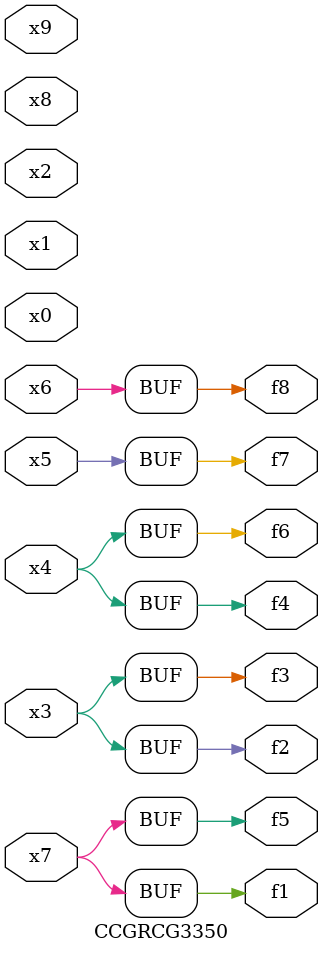
<source format=v>
module CCGRCG3350(
	input x0, x1, x2, x3, x4, x5, x6, x7, x8, x9,
	output f1, f2, f3, f4, f5, f6, f7, f8
);
	assign f1 = x7;
	assign f2 = x3;
	assign f3 = x3;
	assign f4 = x4;
	assign f5 = x7;
	assign f6 = x4;
	assign f7 = x5;
	assign f8 = x6;
endmodule

</source>
